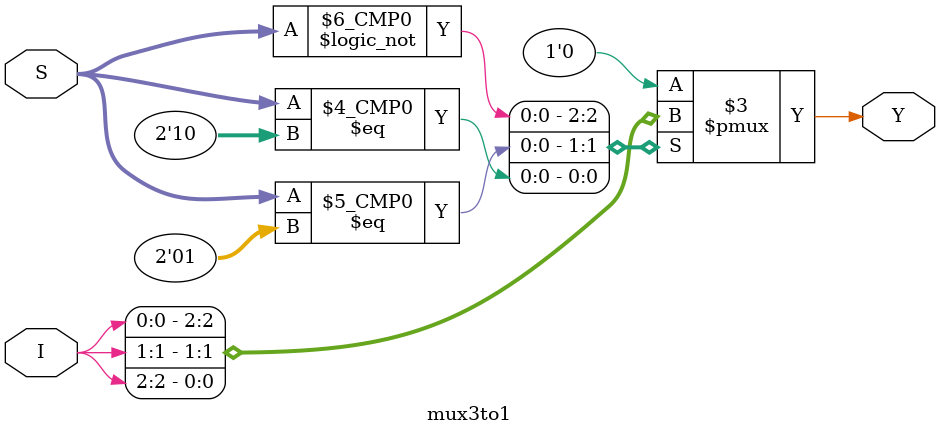
<source format=v>
`timescale 1ns / 1ps


module mux3to1(
    input [2:0] I,
    input [1:0] S,
    output reg Y
    );
    
    always @(*) begin
        case(S)
        2'b00: Y = I[0];
        2'b01: Y = I[1];
        2'b10: Y = I[2];
        default: Y = 0;
        endcase
    end
endmodule

</source>
